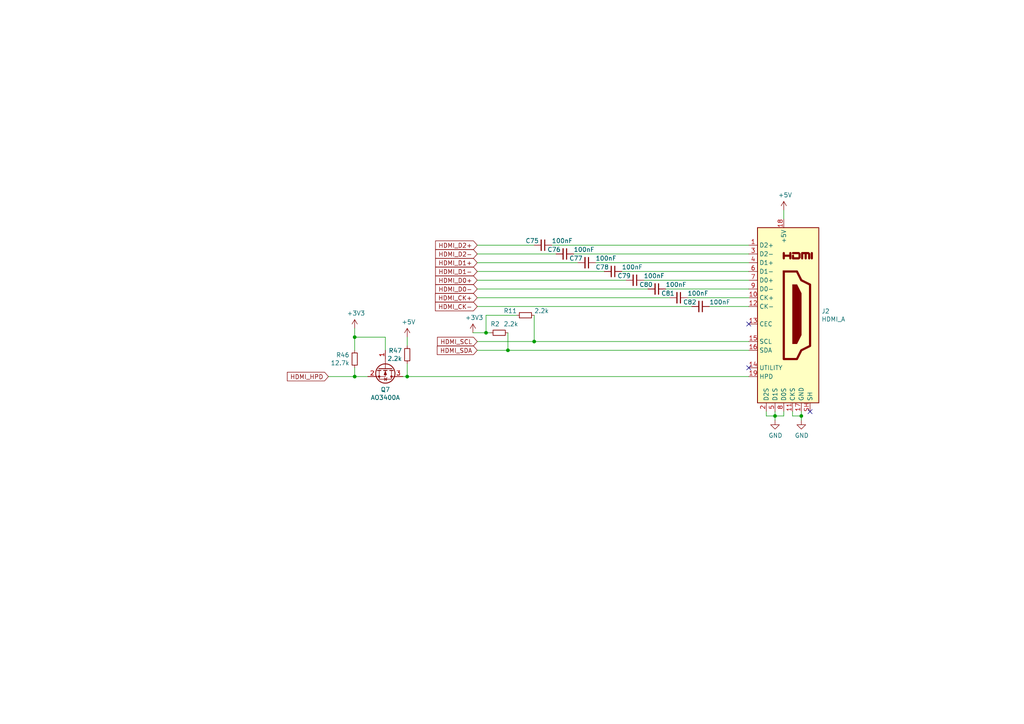
<source format=kicad_sch>
(kicad_sch (version 20230121) (generator eeschema)
  (paper "A4")
  (lib_symbols
    (symbol "Connector:HDMI_A"
      (property "Reference" "J" (at -6.35 26.67 0))
      (property "Value" "Connector_HDMI_A" (at 10.16 26.67 0))
      (symbol "HDMI_A_0_0"
        (polyline (pts (xy 8.128 16.51) (xy 8.128 18.034)) (stroke (width 0.635)))
        (polyline (pts (xy 0 16.51) (xy 0 18.034) (xy 0 17.272) (xy 1.905 17.272) (xy 1.905 18.034) (xy 1.905 16.51)) (stroke (width 0.635)))
        (polyline (pts (xy 2.667 18.034) (xy 4.318 18.034) (xy 4.572 17.78) (xy 4.572 16.764) (xy 4.318 16.51) (xy 2.667 16.51) (xy 2.667 17.272)) (stroke (width 0.635)))
      )
      (symbol "HDMI_A_0_1"
        (rectangle (start -7.62 25.4) (end 10.16 -25.4) (stroke (width 0.254)) (fill (type background)))
        (polyline (pts (xy 2.54 8.89) (xy 3.81 8.89) (xy 5.08 6.35) (xy 5.08 -5.715) (xy 3.81 -8.255) (xy 2.54 -8.255) (xy 2.54 8.89)) (fill (type outline)))
        (polyline (pts (xy 5.334 16.51) (xy 5.334 18.034) (xy 6.35 18.034) (xy 6.35 16.51) (xy 6.35 18.034) (xy 7.112 18.034) (xy 7.366 17.78) (xy 7.366 16.51)) (stroke (width 0.635)))
        (polyline (pts (xy 0 12.7) (xy 0 -12.7) (xy 3.81 -12.7) (xy 5.08 -10.16) (xy 7.62 -8.89) (xy 7.62 8.89) (xy 5.08 10.16) (xy 3.81 12.7) (xy 0 12.7)) (stroke (width 0.635)))
      )
      (symbol "HDMI_A_1_1"
        (pin passive line (at -10.16 20.32 0) (length 2.54) (name "D2+") (number "1"))
        (pin passive line (at -10.16 5.08 0) (length 2.54) (name "CK+") (number "10"))
        (pin power_in line (at 2.54 -27.94 90) (length 2.54) (name "CKS") (number "11"))
        (pin passive line (at -10.16 2.54 0) (length 2.54) (name "CK-") (number "12"))
        (pin bidirectional line (at -10.16 -2.54 0) (length 2.54) (name "CEC") (number "13"))
        (pin passive line (at -10.16 -15.24 0) (length 2.54) (name "UTILITY") (number "14"))
        (pin passive line (at -10.16 -7.62 0) (length 2.54) (name "SCL") (number "15"))
        (pin bidirectional line (at -10.16 -10.16 0) (length 2.54) (name "SDA") (number "16"))
        (pin power_in line (at 5.08 -27.94 90) (length 2.54) (name "GND") (number "17"))
        (pin power_in line (at 0 27.94 270) (length 2.54) (name "+5V") (number "18"))
        (pin passive line (at -10.16 -17.78 0) (length 2.54) (name "HPD") (number "19"))
        (pin power_in line (at -5.08 -27.94 90) (length 2.54) (name "D2S") (number "2"))
        (pin passive line (at -10.16 17.78 0) (length 2.54) (name "D2-") (number "3"))
        (pin passive line (at -10.16 15.24 0) (length 2.54) (name "D1+") (number "4"))
        (pin power_in line (at -2.54 -27.94 90) (length 2.54) (name "D1S") (number "5"))
        (pin passive line (at -10.16 12.7 0) (length 2.54) (name "D1-") (number "6"))
        (pin passive line (at -10.16 10.16 0) (length 2.54) (name "D0+") (number "7"))
        (pin power_in line (at 0 -27.94 90) (length 2.54) (name "D0S") (number "8"))
        (pin passive line (at -10.16 7.62 0) (length 2.54) (name "D0-") (number "9"))
        (pin passive line (at 7.62 -27.94 90) (length 2.54) (name "SH") (number "SH"))
      )
    )
    (symbol "Device:C_Small" (pin_numbers hide) (pin_names (offset 0.254) hide)
      (property "Reference" "C" (at 0.254 1.778 0))
      (property "Value" "Device_C_Small" (at 0.254 -2.032 0))
      (symbol "C_Small_0_1"
        (polyline (pts (xy -1.524 -0.508) (xy 1.524 -0.508)) (stroke (width 0.3302)))
        (polyline (pts (xy -1.524 0.508) (xy 1.524 0.508)) (stroke (width 0.3048)))
      )
      (symbol "C_Small_1_1"
        (pin passive line (at 0 2.54 270) (length 2.032) (name "~") (number "1"))
        (pin passive line (at 0 -2.54 90) (length 2.032) (name "~") (number "2"))
      )
    )
    (symbol "Device:R_Small" (pin_numbers hide) (pin_names (offset 0.254) hide)
      (property "Reference" "R" (at 0.762 0.508 0))
      (property "Value" "Device_R_Small" (at 0.762 -1.016 0))
      (symbol "R_Small_0_1"
        (rectangle (start -0.762 1.778) (end 0.762 -1.778) (stroke (width 0.2032)))
      )
      (symbol "R_Small_1_1"
        (pin passive line (at 0 2.54 270) (length 0.762) (name "~") (number "1"))
        (pin passive line (at 0 -2.54 90) (length 0.762) (name "~") (number "2"))
      )
    )
    (symbol "Transistor_FET:AO3400A" (pin_names hide)
      (property "Reference" "Q" (at 5.08 1.905 0))
      (property "Value" "Transistor_FET_AO3400A" (at 5.08 0 0))
      (symbol "AO3400A_0_1"
        (polyline (pts (xy 0.254 0) (xy -2.54 0)))
        (polyline (pts (xy 0.254 1.905) (xy 0.254 -1.905)) (stroke (width 0.254)))
        (polyline (pts (xy 0.762 -1.27) (xy 0.762 -2.286)) (stroke (width 0.254)))
        (polyline (pts (xy 0.762 0.508) (xy 0.762 -0.508)) (stroke (width 0.254)))
        (polyline (pts (xy 0.762 2.286) (xy 0.762 1.27)) (stroke (width 0.254)))
        (polyline (pts (xy 2.54 2.54) (xy 2.54 1.778)))
        (polyline (pts (xy 2.54 -2.54) (xy 2.54 0) (xy 0.762 0)))
        (polyline (pts (xy 0.762 -1.778) (xy 3.302 -1.778) (xy 3.302 1.778) (xy 0.762 1.778)))
        (polyline (pts (xy 1.016 0) (xy 2.032 0.381) (xy 2.032 -0.381) (xy 1.016 0)) (fill (type outline)))
        (polyline (pts (xy 2.794 0.508) (xy 2.921 0.381) (xy 3.683 0.381) (xy 3.81 0.254)))
        (polyline (pts (xy 3.302 0.381) (xy 2.921 -0.254) (xy 3.683 -0.254) (xy 3.302 0.381)))
        (circle (center 1.651 0) (radius 2.794) (stroke (width 0.254)))
        (circle (center 2.54 -1.778) (radius 0.254) (fill (type outline)))
        (circle (center 2.54 1.778) (radius 0.254) (fill (type outline)))
      )
      (symbol "AO3400A_1_1"
        (pin input line (at -5.08 0 0) (length 2.54) (name "G") (number "1"))
        (pin passive line (at 2.54 -5.08 90) (length 2.54) (name "S") (number "2"))
        (pin passive line (at 2.54 5.08 270) (length 2.54) (name "D") (number "3"))
      )
    )
    (symbol "power:+3V3" (power) (pin_names (offset 0))
      (property "Value" "power_+3V3" (at 0 3.556 0))
      (symbol "+3V3_0_1"
        (polyline (pts (xy -0.762 1.27) (xy 0 2.54)))
        (polyline (pts (xy 0 0) (xy 0 2.54)))
        (polyline (pts (xy 0 2.54) (xy 0.762 1.27)))
      )
      (symbol "+3V3_1_1"
        (pin power_in line (at 0 0 90) (length 0) hide (name "+3V3") (number "1"))
      )
    )
    (symbol "power:+5V" (power) (pin_names (offset 0))
      (property "Value" "power_+5V" (at 0 3.556 0))
      (symbol "+5V_0_1"
        (polyline (pts (xy -0.762 1.27) (xy 0 2.54)))
        (polyline (pts (xy 0 0) (xy 0 2.54)))
        (polyline (pts (xy 0 2.54) (xy 0.762 1.27)))
      )
      (symbol "+5V_1_1"
        (pin power_in line (at 0 0 90) (length 0) hide (name "+5V") (number "1"))
      )
    )
    (symbol "power:GND" (power) (pin_names (offset 0))
      (property "Value" "power_GND" (at 0 -3.81 0))
      (symbol "GND_0_1"
        (polyline (pts (xy 0 0) (xy 0 -1.27) (xy 1.27 -1.27) (xy 0 -2.54) (xy -1.27 -1.27) (xy 0 -1.27)))
      )
      (symbol "GND_1_1"
        (pin power_in line (at 0 0 270) (length 0) hide (name "GND") (number "1"))
      )
    )
  )
  (junction (at 102.87 109.22))
  (junction (at 224.79 120.65))
  (junction (at 232.41 120.65))
  (junction (at 140.97 96.52))
  (junction (at 154.94 99.06))
  (junction (at 102.87 97.79))
  (junction (at 147.32 101.6))
  (junction (at 118.11 109.22))
  (no_connect (at 217.17 106.68))
  (no_connect (at 217.17 93.98))
  (no_connect (at 234.95 119.38))
  (wire (pts (xy 154.94 91.44) (xy 154.94 99.06)))
  (wire (pts (xy 199.39 86.36) (xy 217.17 86.36)))
  (wire (pts (xy 138.43 76.2) (xy 167.64 76.2)))
  (wire (pts (xy 138.43 99.06) (xy 154.94 99.06)))
  (wire (pts (xy 111.76 97.79) (xy 111.76 101.6)))
  (wire (pts (xy 138.43 83.82) (xy 187.96 83.82)))
  (wire (pts (xy 172.72 76.2) (xy 217.17 76.2)))
  (wire (pts (xy 102.87 95.25) (xy 102.87 97.79)))
  (wire (pts (xy 138.43 88.9) (xy 200.66 88.9)))
  (wire (pts (xy 227.33 120.65) (xy 224.79 120.65)))
  (wire (pts (xy 205.74 88.9) (xy 217.17 88.9)))
  (wire (pts (xy 193.04 83.82) (xy 217.17 83.82)))
  (wire (pts (xy 102.87 97.79) (xy 111.76 97.79)))
  (wire (pts (xy 118.11 109.22) (xy 217.17 109.22)))
  (wire (pts (xy 138.43 78.74) (xy 175.26 78.74)))
  (wire (pts (xy 229.87 119.38) (xy 229.87 120.65)))
  (wire (pts (xy 147.32 101.6) (xy 217.17 101.6)))
  (wire (pts (xy 102.87 106.68) (xy 102.87 109.22)))
  (wire (pts (xy 137.16 96.52) (xy 140.97 96.52)))
  (wire (pts (xy 138.43 81.28) (xy 181.61 81.28)))
  (wire (pts (xy 222.25 119.38) (xy 222.25 120.65)))
  (wire (pts (xy 222.25 120.65) (xy 224.79 120.65)))
  (wire (pts (xy 138.43 86.36) (xy 194.31 86.36)))
  (wire (pts (xy 180.34 78.74) (xy 217.17 78.74)))
  (wire (pts (xy 118.11 97.79) (xy 118.11 100.33)))
  (wire (pts (xy 102.87 101.6) (xy 102.87 97.79)))
  (wire (pts (xy 166.37 73.66) (xy 217.17 73.66)))
  (wire (pts (xy 138.43 101.6) (xy 147.32 101.6)))
  (wire (pts (xy 160.02 71.12) (xy 217.17 71.12)))
  (wire (pts (xy 140.97 91.44) (xy 149.86 91.44)))
  (wire (pts (xy 186.69 81.28) (xy 217.17 81.28)))
  (wire (pts (xy 147.32 96.52) (xy 147.32 101.6)))
  (wire (pts (xy 138.43 71.12) (xy 154.94 71.12)))
  (wire (pts (xy 102.87 109.22) (xy 106.68 109.22)))
  (wire (pts (xy 229.87 120.65) (xy 232.41 120.65)))
  (wire (pts (xy 140.97 96.52) (xy 142.24 96.52)))
  (wire (pts (xy 140.97 96.52) (xy 140.97 91.44)))
  (wire (pts (xy 227.33 60.96) (xy 227.33 63.5)))
  (wire (pts (xy 232.41 120.65) (xy 232.41 121.92)))
  (wire (pts (xy 224.79 119.38) (xy 224.79 120.65)))
  (wire (pts (xy 227.33 119.38) (xy 227.33 120.65)))
  (wire (pts (xy 116.84 109.22) (xy 118.11 109.22)))
  (wire (pts (xy 95.25 109.22) (xy 102.87 109.22)))
  (wire (pts (xy 154.94 99.06) (xy 217.17 99.06)))
  (wire (pts (xy 232.41 119.38) (xy 232.41 120.65)))
  (wire (pts (xy 224.79 120.65) (xy 224.79 121.92)))
  (wire (pts (xy 118.11 109.22) (xy 118.11 105.41)))
  (wire (pts (xy 138.43 73.66) (xy 161.29 73.66)))
  (global_label "HDMI_CK+" (shape input) (at 138.43 86.36 180) (property "Intersheetrefs" "${INTERSHEET_REFS}" (effects hide)))
  (global_label "HDMI_CK-" (shape input) (at 138.43 88.9 180) (property "Intersheetrefs" "${INTERSHEET_REFS}" (effects hide)))
  (global_label "HDMI_SCL" (shape input) (at 138.43 99.06 180) (property "Intersheetrefs" "${INTERSHEET_REFS}" (effects hide)))
  (global_label "HDMI_D0-" (shape input) (at 138.43 83.82 180) (property "Intersheetrefs" "${INTERSHEET_REFS}" (effects hide)))
  (global_label "HDMI_D0+" (shape input) (at 138.43 81.28 180) (property "Intersheetrefs" "${INTERSHEET_REFS}" (effects hide)))
  (global_label "HDMI_D1-" (shape input) (at 138.43 78.74 180) (property "Intersheetrefs" "${INTERSHEET_REFS}" (effects hide)))
  (global_label "HDMI_HPD" (shape input) (at 95.25 109.22 180) (property "Intersheetrefs" "${INTERSHEET_REFS}" (effects hide)))
  (global_label "HDMI_SDA" (shape input) (at 138.43 101.6 180) (property "Intersheetrefs" "${INTERSHEET_REFS}" (effects hide)))
  (global_label "HDMI_D2-" (shape input) (at 138.43 73.66 180) (property "Intersheetrefs" "${INTERSHEET_REFS}" (effects hide)))
  (global_label "HDMI_D2+" (shape input) (at 138.43 71.12 180) (property "Intersheetrefs" "${INTERSHEET_REFS}" (effects hide)))
  (global_label "HDMI_D1+" (shape input) (at 138.43 76.2 180) (property "Intersheetrefs" "${INTERSHEET_REFS}" (effects hide)))
  (symbol (lib_id "Transistor_FET:AO3400A") (at 111.76 106.68 270) (unit 1)
    (property "Reference" "Q7" (at 111.76 113.0046 90))
    (property "Value" "AO3400A" (at 111.76 115.316 90))
    (property "Footprint" "Package_TO_SOT_SMD:SOT-23" (effects hide))
    (property "Datasheet" "http://www.aosmd.com/pdfs/datasheet/AO3400A.pdf" (effects hide))
    (property "LCSC" "C347476" (effects hide))
  )
  (symbol (lib_id "Device:R_Small") (at 118.11 102.87 0) (mirror x) (unit 1)
    (property "Reference" "R47" (at 116.6114 101.7016 0) (effects (justify right)))
    (property "Value" "2.2k" (at 116.6114 104.013 0) (effects (justify right)))
    (property "Footprint" "Resistor_SMD:R_0402_1005Metric" (effects hide))
    (property "LCSC" "C25879" (effects hide))
  )
  (symbol (lib_id "power:+5V") (at 118.11 97.79 0) (unit 1)
    (property "Reference" "#PWR0231" (effects hide))
    (property "Value" "+5V" (at 118.491 93.3958 0))
  )
  (symbol (lib_id "Device:R_Small") (at 102.87 104.14 0) (mirror x) (unit 1)
    (property "Reference" "R46" (at 101.3714 102.9716 0) (effects (justify right)))
    (property "Value" "12.7k" (at 101.3714 105.283 0) (effects (justify right)))
    (property "Footprint" "Resistor_SMD:R_0402_1005Metric" (effects hide))
    (property "LCSC" "C25752" (effects hide))
  )
  (symbol (lib_id "power:+3V3") (at 102.87 95.25 0) (unit 1)
    (property "Reference" "#PWR0233" (effects hide))
    (property "Value" "+3V3" (at 103.251 90.8558 0))
  )
  (symbol (lib_id "Device:C_Small") (at 190.5 83.82 270) (unit 1)
    (property "Reference" "C80" (at 185.42 82.55 90) (effects (justify left)))
    (property "Value" "100nF" (at 193.04 82.55 90) (effects (justify left)))
    (property "Footprint" "Capacitor_SMD:C_0402_1005Metric" (effects hide))
    (property "LCSC" "C1525" (effects hide))
  )
  (symbol (lib_id "Device:C_Small") (at 196.85 86.36 270) (unit 1)
    (property "Reference" "C81" (at 191.77 85.09 90) (effects (justify left)))
    (property "Value" "100nF" (at 199.39 85.09 90) (effects (justify left)))
    (property "Footprint" "Capacitor_SMD:C_0402_1005Metric" (effects hide))
    (property "LCSC" "C1525" (effects hide))
  )
  (symbol (lib_id "Device:C_Small") (at 203.2 88.9 270) (unit 1)
    (property "Reference" "C82" (at 198.12 87.63 90) (effects (justify left)))
    (property "Value" "100nF" (at 205.74 87.63 90) (effects (justify left)))
    (property "Footprint" "Capacitor_SMD:C_0402_1005Metric" (effects hide))
    (property "LCSC" "C1525" (effects hide))
  )
  (symbol (lib_id "Device:C_Small") (at 163.83 73.66 270) (unit 1)
    (property "Reference" "C76" (at 158.75 72.39 90) (effects (justify left)))
    (property "Value" "100nF" (at 166.37 72.39 90) (effects (justify left)))
    (property "Footprint" "Capacitor_SMD:C_0402_1005Metric" (effects hide))
    (property "LCSC" "C1525" (effects hide))
  )
  (symbol (lib_id "Device:C_Small") (at 157.48 71.12 270) (unit 1)
    (property "Reference" "C75" (at 152.4 69.85 90) (effects (justify left)))
    (property "Value" "100nF" (at 160.02 69.85 90) (effects (justify left)))
    (property "Footprint" "Capacitor_SMD:C_0402_1005Metric" (effects hide))
    (property "LCSC" "C1525" (effects hide))
  )
  (symbol (lib_id "Device:C_Small") (at 170.18 76.2 270) (unit 1)
    (property "Reference" "C77" (at 165.1 74.93 90) (effects (justify left)))
    (property "Value" "100nF" (at 172.72 74.93 90) (effects (justify left)))
    (property "Footprint" "Capacitor_SMD:C_0402_1005Metric" (effects hide))
    (property "LCSC" "C1525" (effects hide))
  )
  (symbol (lib_id "Device:C_Small") (at 184.15 81.28 270) (unit 1)
    (property "Reference" "C79" (at 179.07 80.01 90) (effects (justify left)))
    (property "Value" "100nF" (at 186.69 80.01 90) (effects (justify left)))
    (property "Footprint" "Capacitor_SMD:C_0402_1005Metric" (effects hide))
    (property "LCSC" "C1525" (effects hide))
  )
  (symbol (lib_id "Device:C_Small") (at 177.8 78.74 270) (unit 1)
    (property "Reference" "C78" (at 172.72 77.47 90) (effects (justify left)))
    (property "Value" "100nF" (at 180.34 77.47 90) (effects (justify left)))
    (property "Footprint" "Capacitor_SMD:C_0402_1005Metric" (effects hide))
    (property "LCSC" "C1525" (effects hide))
  )
  (symbol (lib_id "Connector:HDMI_A") (at 227.33 91.44 0) (unit 1)
    (property "Reference" "J2" (at 238.252 90.2716 0) (effects (justify left)))
    (property "Value" "HDMI_A" (at 238.252 92.583 0) (effects (justify left)))
    (property "Footprint" "max80:HDMI_A_Amphenol_10029449-111" (effects hide))
    (property "Datasheet" "https://en.wikipedia.org/wiki/HDMI" (effects hide))
  )
  (symbol (lib_id "power:+5V") (at 227.33 60.96 0) (unit 1)
    (property "Reference" "#PWR0199" (effects hide))
    (property "Value" "+5V" (at 227.711 56.5658 0))
  )
  (symbol (lib_id "power:GND") (at 232.41 121.92 0) (unit 1)
    (property "Reference" "#PWR0200" (effects hide))
    (property "Value" "GND" (at 232.537 126.3142 0))
  )
  (symbol (lib_id "Device:R_Small") (at 144.78 96.52 90) (mirror x) (unit 1)
    (property "Reference" "R2" (at 142.24 93.98 90) (effects (justify right)))
    (property "Value" "2.2k" (at 146.05 93.98 90) (effects (justify right)))
    (property "Footprint" "Resistor_SMD:R_0402_1005Metric" (effects hide))
    (property "LCSC" "C25879" (effects hide))
  )
  (symbol (lib_id "Device:R_Small") (at 152.4 91.44 270) (unit 1)
    (property "Reference" "R11" (at 146.05 90.17 90) (effects (justify left)))
    (property "Value" "2.2k" (at 154.94 90.17 90) (effects (justify left)))
    (property "Footprint" "Resistor_SMD:R_0402_1005Metric" (effects hide))
    (property "LCSC" "C25879" (effects hide))
  )
  (symbol (lib_id "power:+3V3") (at 137.16 96.52 0) (unit 1)
    (property "Reference" "#PWR0201" (effects hide))
    (property "Value" "+3V3" (at 137.541 92.1258 0))
  )
  (symbol (lib_id "power:GND") (at 224.79 121.92 0) (unit 1)
    (property "Reference" "#PWR0224" (effects hide))
    (property "Value" "GND" (at 224.917 126.3142 0))
  )
)
</source>
